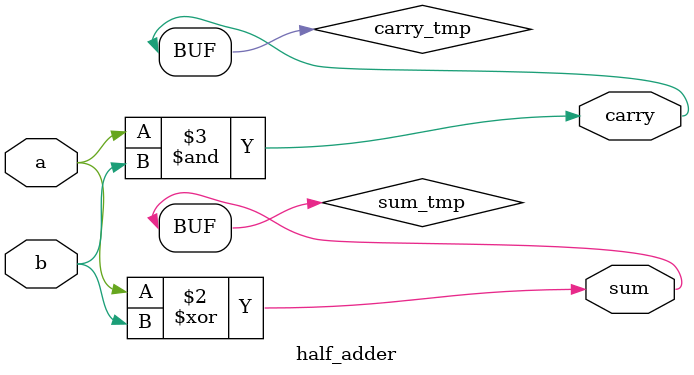
<source format=v>

`timescale 1ns/1ns
module half_adder (
    input wire a,
    input wire b,
    output wire sum,
    output wire carry);

    reg sum_tmp;
    reg carry_tmp;
    always @(a, b) begin
        sum_tmp = a ^ b;
        carry_tmp = a & b;
    end

    assign sum = sum_tmp;
    assign carry = carry_tmp;

endmodule: half_adder

</source>
